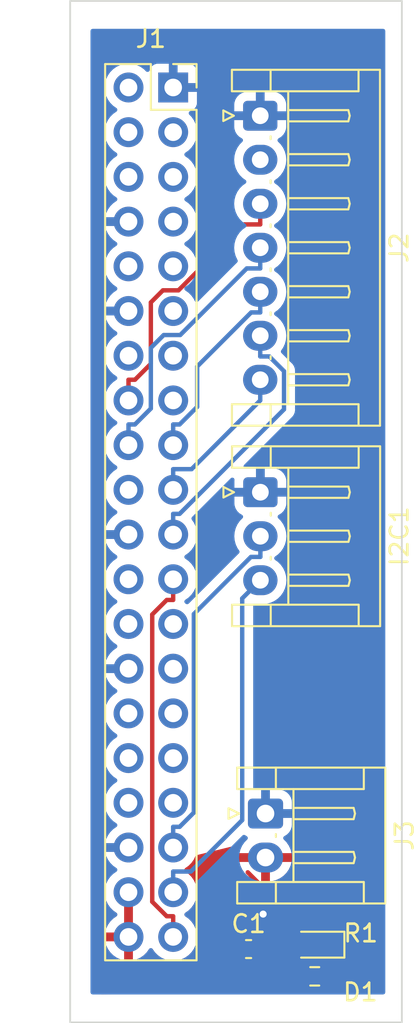
<source format=kicad_pcb>
(kicad_pcb (version 20221018) (generator pcbnew)
  (layers (0 "F.Cu" signal) (31 "B.Cu" signal) (34 "B.Paste" user) (35 "F.Paste" user) (36 "B.SilkS" user "B.Silkscreen") (37 "F.SilkS" user "F.Silkscreen") (38 "B.Mask" user) (39 "F.Mask" user) (44 "Edge.Cuts" user))
  (net 0 "")
  (net 1 "+3.3V")
  (net 2 "+5V")
  (net 3 "GND")
  (net 8 "MOSI1")
  (net 9 "MISO1")
  (net 10 "SCK1")
  (net 11 "CS1")
  (net 12 "CS2")
  (net 17 "RESET")
  (net 18 "Net-(I2C1-Pin_2)")
  (net 19 "Net-(I2C1-Pin_3)")
  (net 33 "Net-(D1-K)")
  (footprint "LED_SMD:LED_0603_1608Metric_Pad1.05x0.95mm_HandSolder" (layer "F.Cu") (at 142.825 116.55 180)
    (fp_text reference "D1" (at -2.5675 -2.7) (layer "F.SilkS"))
    (fp_text value "Green")
    (fp_line (start -1.66 -0.735) (end -1.66 0.735) (stroke (width 0.12)) (layer "F.SilkS"))
    (fp_line (start -1.66 0.735) (end 0.8 0.735) (stroke (width 0.12)) (layer "F.SilkS"))
    (fp_line (start 0.8 -0.735) (end -1.66 -0.735) (stroke (width 0.12)) (layer "F.SilkS"))
    (pad "1" smd roundrect (at -0.875 0 180) (size 1.05 0.95) (layers "F.Cu" "F.Paste" "F.Mask") (net 33 "Net-(D1-K)"))
    (pad "2" smd roundrect (at 0.875 0 180) (size 1.05 0.95) (layers "F.Cu" "F.Paste" "F.Mask") (net 2 "+5V"))
  )
  (footprint "Connector_JST:JST_EH_S3B-EH_1x03_P2.50mm_Horizontal" (layer "F.Cu") (at 139.7075 90.845 -90)
    (fp_text reference "I2C1" (at 2.5 -7.9 90) (layer "F.SilkS"))
    (fp_text value "Conn_01x04")
    (fp_line (start -2.61 -6.81) (end 7.61 -6.81) (stroke (width 0.12)) (layer "F.SilkS"))
    (fp_line (start -2.61 -5.59) (end -1.39 -5.59) (stroke (width 0.12)) (layer "F.SilkS"))
    (fp_line (start -2.61 1.61) (end -2.61 -6.81) (stroke (width 0.12)) (layer "F.SilkS"))
    (fp_line (start -1.39 -5.59) (end -1.39 -0.59) (stroke (width 0.12)) (layer "F.SilkS"))
    (fp_line (start -1.39 -1.59) (end 6.39 -1.59) (stroke (width 0.12)) (layer "F.SilkS"))
    (fp_line (start -1.39 -0.59) (end -2.61 -0.59) (stroke (width 0.12)) (layer "F.SilkS"))
    (fp_line (start -1.39 -0.59) (end -1.39 1.61) (stroke (width 0.12)) (layer "F.SilkS"))
    (fp_line (start -1.39 1.61) (end -2.61 1.61) (stroke (width 0.12)) (layer "F.SilkS"))
    (fp_line (start -0.32 -5.01) (end 0 -5.09) (stroke (width 0.12)) (layer "F.SilkS"))
    (fp_line (start -0.32 -1.59) (end -0.32 -5.01) (stroke (width 0.12)) (layer "F.SilkS"))
    (fp_line (start -0.3 2.1) (end 0.3 2.1) (stroke (width 0.12)) (layer "F.SilkS"))
    (fp_line (start 0 -5.09) (end 0.32 -5.01) (stroke (width 0.12)) (layer "F.SilkS"))
    (fp_line (start 0 -1.59) (end -0.32 -1.59) (stroke (width 0.12)) (layer "F.SilkS"))
    (fp_line (start 0 1.5) (end -0.3 2.1) (stroke (width 0.12)) (layer "F.SilkS"))
    (fp_line (start 0.3 2.1) (end 0 1.5) (stroke (width 0.12)) (layer "F.SilkS"))
    (fp_line (start 0.32 -5.01) (end 0.32 -1.59) (stroke (width 0.12)) (layer "F.SilkS"))
    (fp_line (start 0.32 -1.59) (end 0 -1.59) (stroke (width 0.12)) (layer "F.SilkS"))
    (fp_line (start 1.17 -0.59) (end 1.33 -0.59) (stroke (width 0.12)) (layer "F.SilkS"))
    (fp_line (start 2.18 -5.01) (end 2.5 -5.09) (stroke (width 0.12)) (layer "F.SilkS"))
    (fp_line (start 2.18 -1.59) (end 2.18 -5.01) (stroke (width 0.12)) (layer "F.SilkS"))
    (fp_line (start 2.5 -5.09) (end 2.82 -5.01) (stroke (width 0.12)) (layer "F.SilkS"))
    (fp_line (start 2.5 -1.59) (end 2.18 -1.59) (stroke (width 0.12)) (layer "F.SilkS"))
    (fp_line (start 2.82 -5.01) (end 2.82 -1.59) (stroke (width 0.12)) (layer "F.SilkS"))
    (fp_line (start 2.82 -1.59) (end 2.5 -1.59) (stroke (width 0.12)) (layer "F.SilkS"))
    (fp_line (start 3.67 -0.59) (end 3.83 -0.59) (stroke (width 0.12)) (layer "F.SilkS"))
    (fp_line (start 4.68 -5.01) (end 5 -5.09) (stroke (width 0.12)) (layer "F.SilkS"))
    (fp_line (start 4.68 -1.59) (end 4.68 -5.01) (stroke (width 0.12)) (layer "F.SilkS"))
    (fp_line (start 5 -5.09) (end 5.32 -5.01) (stroke (width 0.12)) (layer "F.SilkS"))
    (fp_line (start 5 -1.59) (end 4.68 -1.59) (stroke (width 0.12)) (layer "F.SilkS"))
    (fp_line (start 5.32 -5.01) (end 5.32 -1.59) (stroke (width 0.12)) (layer "F.SilkS"))
    (fp_line (start 5.32 -1.59) (end 5 -1.59) (stroke (width 0.12)) (layer "F.SilkS"))
    (fp_line (start 6.39 -5.59) (end 6.39 -0.59) (stroke (width 0.12)) (layer "F.SilkS"))
    (fp_line (start 6.39 -0.59) (end 7.61 -0.59) (stroke (width 0.12)) (layer "F.SilkS"))
    (fp_line (start 6.39 1.61) (end 6.39 -0.59) (stroke (width 0.12)) (layer "F.SilkS"))
    (fp_line (start 7.61 -6.81) (end 7.61 1.61) (stroke (width 0.12)) (layer "F.SilkS"))
    (fp_line (start 7.61 -5.59) (end 6.39 -5.59) (stroke (width 0.12)) (layer "F.SilkS"))
    (fp_line (start 7.61 1.61) (end 6.39 1.61) (stroke (width 0.12)) (layer "F.SilkS"))
    (pad "1" thru_hole roundrect (at 0 0 270) (size 1.7 1.95) (drill 0.95) (layers "*.Cu" "*.Mask") (roundrect_rratio 0.1470588235) (net 3 "GND"))
    (pad "2" thru_hole oval (at 2.5 0 270) (size 1.7 1.95) (drill 0.95) (layers "*.Cu" "*.Mask") (net 18 "Net-(I2C1-Pin_2)"))
    (pad "3" thru_hole oval (at 5 0 270) (size 1.7 1.95) (drill 0.95) (layers "*.Cu" "*.Mask") (net 19 "Net-(I2C1-Pin_3)"))
  )
  (footprint "Connector_JST:JST_EH_S2B-EH_1x02_P2.50mm_Horizontal" (layer "F.Cu") (at 140 109.1 -90)
    (fp_text reference "J3" (at 1.25 -7.9 90) (layer "F.SilkS"))
    (fp_text value "IR")
    (fp_line (start -2.61 -6.81) (end 5.11 -6.81) (stroke (width 0.12)) (layer "F.SilkS"))
    (fp_line (start -2.61 -5.59) (end -1.39 -5.59) (stroke (width 0.12)) (layer "F.SilkS"))
    (fp_line (start -2.61 1.61) (end -2.61 -6.81) (stroke (width 0.12)) (layer "F.SilkS"))
    (fp_line (start -1.39 -5.59) (end -1.39 -0.59) (stroke (width 0.12)) (layer "F.SilkS"))
    (fp_line (start -1.39 -1.59) (end 3.89 -1.59) (stroke (width 0.12)) (layer "F.SilkS"))
    (fp_line (start -1.39 -0.59) (end -2.61 -0.59) (stroke (width 0.12)) (layer "F.SilkS"))
    (fp_line (start -1.39 -0.59) (end -1.39 1.61) (stroke (width 0.12)) (layer "F.SilkS"))
    (fp_line (start -1.39 1.61) (end -2.61 1.61) (stroke (width 0.12)) (layer "F.SilkS"))
    (fp_line (start -0.32 -5.01) (end 0 -5.09) (stroke (width 0.12)) (layer "F.SilkS"))
    (fp_line (start -0.32 -1.59) (end -0.32 -5.01) (stroke (width 0.12)) (layer "F.SilkS"))
    (fp_line (start -0.3 2.1) (end 0.3 2.1) (stroke (width 0.12)) (layer "F.SilkS"))
    (fp_line (start 0 -5.09) (end 0.32 -5.01) (stroke (width 0.12)) (layer "F.SilkS"))
    (fp_line (start 0 -1.59) (end -0.32 -1.59) (stroke (width 0.12)) (layer "F.SilkS"))
    (fp_line (start 0 1.5) (end -0.3 2.1) (stroke (width 0.12)) (layer "F.SilkS"))
    (fp_line (start 0.3 2.1) (end 0 1.5) (stroke (width 0.12)) (layer "F.SilkS"))
    (fp_line (start 0.32 -5.01) (end 0.32 -1.59) (stroke (width 0.12)) (layer "F.SilkS"))
    (fp_line (start 0.32 -1.59) (end 0 -1.59) (stroke (width 0.12)) (layer "F.SilkS"))
    (fp_line (start 1.17 -0.59) (end 1.33 -0.59) (stroke (width 0.12)) (layer "F.SilkS"))
    (fp_line (start 2.18 -5.01) (end 2.5 -5.09) (stroke (width 0.12)) (layer "F.SilkS"))
    (fp_line (start 2.18 -1.59) (end 2.18 -5.01) (stroke (width 0.12)) (layer "F.SilkS"))
    (fp_line (start 2.5 -5.09) (end 2.82 -5.01) (stroke (width 0.12)) (layer "F.SilkS"))
    (fp_line (start 2.5 -1.59) (end 2.18 -1.59) (stroke (width 0.12)) (layer "F.SilkS"))
    (fp_line (start 2.82 -5.01) (end 2.82 -1.59) (stroke (width 0.12)) (layer "F.SilkS"))
    (fp_line (start 2.82 -1.59) (end 2.5 -1.59) (stroke (width 0.12)) (layer "F.SilkS"))
    (fp_line (start 3.89 -5.59) (end 3.89 -0.59) (stroke (width 0.12)) (layer "F.SilkS"))
    (fp_line (start 3.89 -0.59) (end 5.11 -0.59) (stroke (width 0.12)) (layer "F.SilkS"))
    (fp_line (start 3.89 1.61) (end 3.89 -0.59) (stroke (width 0.12)) (layer "F.SilkS"))
    (fp_line (start 5.11 -6.81) (end 5.11 1.61) (stroke (width 0.12)) (layer "F.SilkS"))
    (fp_line (start 5.11 -5.59) (end 3.89 -5.59) (stroke (width 0.12)) (layer "F.SilkS"))
    (fp_line (start 5.11 1.61) (end 3.89 1.61) (stroke (width 0.12)) (layer "F.SilkS"))
    (pad "1" thru_hole roundrect (at 0 0 270) (size 1.7 2) (drill 1) (layers "*.Cu" "*.Mask") (roundrect_rratio 0.1470588235) (net 3 "GND"))
    (pad "2" thru_hole oval (at 2.5 0 270) (size 1.7 2) (drill 1) (layers "*.Cu" "*.Mask") (net 2 "+5V"))
  )
  (footprint "Connector_PinSocket_2.54mm:PinSocket_2x20_P2.54mm_Vertical" (layer "F.Cu") (at 134.75 67.85)
    (fp_text reference "J1" (at -1.27 -2.77) (layer "F.SilkS"))
    (fp_text value "Conn_02x20_Odd_Even")
    (fp_line (start -3.87 -1.33) (end -3.87 49.59) (stroke (width 0.12)) (layer "F.SilkS"))
    (fp_line (start -3.87 -1.33) (end -1.27 -1.33) (stroke (width 0.12)) (layer "F.SilkS"))
    (fp_line (start -3.87 49.59) (end 1.33 49.59) (stroke (width 0.12)) (layer "F.SilkS"))
    (fp_line (start -1.27 -1.33) (end -1.27 1.27) (stroke (width 0.12)) (layer "F.SilkS"))
    (fp_line (start -1.27 1.27) (end 1.33 1.27) (stroke (width 0.12)) (layer "F.SilkS"))
    (fp_line (start 0 -1.33) (end 1.33 -1.33) (stroke (width 0.12)) (layer "F.SilkS"))
    (fp_line (start 1.33 -1.33) (end 1.33 0) (stroke (width 0.12)) (layer "F.SilkS"))
    (fp_line (start 1.33 1.27) (end 1.33 49.59) (stroke (width 0.12)) (layer "F.SilkS"))
    (pad "1" thru_hole rect (at 0 0) (size 1.7 1.7) (drill 1) (layers "*.Cu" "*.Mask") (net 3 "GND"))
    (pad "2" thru_hole oval (at -2.54 0) (size 1.7 1.7) (drill 1) (layers "*.Cu" "*.Mask"))
    (pad "3" thru_hole oval (at 0 2.54) (size 1.7 1.7) (drill 1) (layers "*.Cu" "*.Mask"))
    (pad "4" thru_hole oval (at -2.54 2.54) (size 1.7 1.7) (drill 1) (layers "*.Cu" "*.Mask"))
    (pad "5" thru_hole oval (at 0 5.08) (size 1.7 1.7) (drill 1) (layers "*.Cu" "*.Mask"))
    (pad "6" thru_hole oval (at -2.54 5.08) (size 1.7 1.7) (drill 1) (layers "*.Cu" "*.Mask"))
    (pad "7" thru_hole oval (at 0 7.62) (size 1.7 1.7) (drill 1) (layers "*.Cu" "*.Mask"))
    (pad "8" thru_hole oval (at -2.54 7.62) (size 1.7 1.7) (drill 1) (layers "*.Cu" "*.Mask") (net 3 "GND"))
    (pad "9" thru_hole oval (at 0 10.16) (size 1.7 1.7) (drill 1) (layers "*.Cu" "*.Mask"))
    (pad "10" thru_hole oval (at -2.54 10.16) (size 1.7 1.7) (drill 1) (layers "*.Cu" "*.Mask"))
    (pad "11" thru_hole oval (at 0 12.7) (size 1.7 1.7) (drill 1) (layers "*.Cu" "*.Mask"))
    (pad "12" thru_hole oval (at -2.54 12.7) (size 1.7 1.7) (drill 1) (layers "*.Cu" "*.Mask") (net 3 "GND"))
    (pad "13" thru_hole oval (at 0 15.24) (size 1.7 1.7) (drill 1) (layers "*.Cu" "*.Mask"))
    (pad "14" thru_hole oval (at -2.54 15.24) (size 1.7 1.7) (drill 1) (layers "*.Cu" "*.Mask"))
    (pad "15" thru_hole oval (at 0 17.78) (size 1.7 1.7) (drill 1) (layers "*.Cu" "*.Mask") (net 3 "GND"))
    (pad "16" thru_hole oval (at -2.54 17.78) (size 1.7 1.7) (drill 1) (layers "*.Cu" "*.Mask") (net 12 "CS2"))
    (pad "17" thru_hole oval (at 0 20.32) (size 1.7 1.7) (drill 1) (layers "*.Cu" "*.Mask") (net 10 "SCK1"))
    (pad "18" thru_hole oval (at -2.54 20.32) (size 1.7 1.7) (drill 1) (layers "*.Cu" "*.Mask") (net 11 "CS1"))
    (pad "19" thru_hole oval (at 0 22.86) (size 1.7 1.7) (drill 1) (layers "*.Cu" "*.Mask") (net 9 "MISO1"))
    (pad "20" thru_hole oval (at -2.54 22.86) (size 1.7 1.7) (drill 1) (layers "*.Cu" "*.Mask"))
    (pad "21" thru_hole oval (at 0 25.4) (size 1.7 1.7) (drill 1) (layers "*.Cu" "*.Mask") (net 8 "MOSI1"))
    (pad "22" thru_hole oval (at -2.54 25.4) (size 1.7 1.7) (drill 1) (layers "*.Cu" "*.Mask") (net 3 "GND"))
    (pad "23" thru_hole oval (at 0 27.94) (size 1.7 1.7) (drill 1) (layers "*.Cu" "*.Mask") (net 1 "+3.3V"))
    (pad "24" thru_hole oval (at -2.54 27.94) (size 1.7 1.7) (drill 1) (layers "*.Cu" "*.Mask"))
    (pad "25" thru_hole oval (at 0 30.48) (size 1.7 1.7) (drill 1) (layers "*.Cu" "*.Mask"))
    (pad "26" thru_hole oval (at -2.54 30.48) (size 1.7 1.7) (drill 1) (layers "*.Cu" "*.Mask"))
    (pad "27" thru_hole oval (at 0 33.02) (size 1.7 1.7) (drill 1) (layers "*.Cu" "*.Mask"))
    (pad "28" thru_hole oval (at -2.54 33.02) (size 1.7 1.7) (drill 1) (layers "*.Cu" "*.Mask") (net 3 "GND"))
    (pad "29" thru_hole oval (at 0 35.56) (size 1.7 1.7) (drill 1) (layers "*.Cu" "*.Mask"))
    (pad "30" thru_hole oval (at -2.54 35.56) (size 1.7 1.7) (drill 1) (layers "*.Cu" "*.Mask"))
    (pad "31" thru_hole oval (at 0 38.1) (size 1.7 1.7) (drill 1) (layers "*.Cu" "*.Mask") (net 3 "GND"))
    (pad "32" thru_hole oval (at -2.54 38.1) (size 1.7 1.7) (drill 1) (layers "*.Cu" "*.Mask"))
    (pad "33" thru_hole oval (at 0 40.64) (size 1.7 1.7) (drill 1) (layers "*.Cu" "*.Mask"))
    (pad "34" thru_hole oval (at -2.54 40.64) (size 1.7 1.7) (drill 1) (layers "*.Cu" "*.Mask"))
    (pad "35" thru_hole oval (at 0 43.18) (size 1.7 1.7) (drill 1) (layers "*.Cu" "*.Mask") (net 18 "Net-(I2C1-Pin_2)"))
    (pad "36" thru_hole oval (at -2.54 43.18) (size 1.7 1.7) (drill 1) (layers "*.Cu" "*.Mask") (net 3 "GND"))
    (pad "37" thru_hole oval (at 0 45.72) (size 1.7 1.7) (drill 1) (layers "*.Cu" "*.Mask") (net 19 "Net-(I2C1-Pin_3)"))
    (pad "38" thru_hole oval (at -2.54 45.72) (size 1.7 1.7) (drill 1) (layers "*.Cu" "*.Mask") (net 2 "+5V"))
    (pad "39" thru_hole oval (at 0 48.26) (size 1.7 1.7) (drill 1) (layers "*.Cu" "*.Mask") (net 1 "+3.3V"))
    (pad "40" thru_hole oval (at -2.54 48.26) (size 1.7 1.7) (drill 1) (layers "*.Cu" "*.Mask") (net 2 "+5V"))
  )
  (footprint "Resistor_SMD:R_0603_1608Metric_Pad0.98x0.95mm_HandSolder" (layer "F.Cu") (at 142.8 118.35)
    (fp_text reference "R1" (at 2.6125 -2.45) (layer "F.SilkS"))
    (fp_text value "150Ohm")
    (fp_line (start -0.254724 -0.5225) (end 0.254724 -0.5225) (stroke (width 0.12)) (layer "F.SilkS"))
    (fp_line (start -0.254724 0.5225) (end 0.254724 0.5225) (stroke (width 0.12)) (layer "F.SilkS"))
    (pad "1" smd roundrect (at -0.9125 0) (size 0.975 0.95) (layers "F.Cu" "F.Paste" "F.Mask") (net 3 "GND"))
    (pad "2" smd roundrect (at 0.9125 0) (size 0.975 0.95) (layers "F.Cu" "F.Paste" "F.Mask") (net 33 "Net-(D1-K)"))
  )
  (footprint "Capacitor_SMD:C_0603_1608Metric_Pad1.08x0.95mm_HandSolder" (layer "F.Cu") (at 139.0375 116.8)
    (fp_text reference "C1" (at 0 -1.43) (layer "F.SilkS"))
    (fp_text value "1UF")
    (fp_line (start -0.146267 -0.51) (end 0.146267 -0.51) (stroke (width 0.12)) (layer "F.SilkS"))
    (fp_line (start -0.146267 0.51) (end 0.146267 0.51) (stroke (width 0.12)) (layer "F.SilkS"))
    (pad "1" smd roundrect (at -0.8625 0) (size 1.075 0.95) (layers "F.Cu" "F.Paste" "F.Mask") (net 2 "+5V"))
    (pad "2" smd roundrect (at 0.8625 0) (size 1.075 0.95) (layers "F.Cu" "F.Paste" "F.Mask") (net 3 "GND"))
  )
  (footprint "Connector_JST:JST_EH_S7B-EH_1x07_P2.50mm_Horizontal" (layer "F.Cu") (at 139.7 69.455 -90)
    (fp_text reference "J2" (at 7.5 -7.9 90) (layer "F.SilkS"))
    (fp_text value "Conn_01x07")
    (fp_line (start -2.61 -6.81) (end 17.61 -6.81) (stroke (width 0.12)) (layer "F.SilkS"))
    (fp_line (start -2.61 -5.59) (end -1.39 -5.59) (stroke (width 0.12)) (layer "F.SilkS"))
    (fp_line (start -2.61 1.61) (end -2.61 -6.81) (stroke (width 0.12)) (layer "F.SilkS"))
    (fp_line (start -1.39 -5.59) (end -1.39 -0.59) (stroke (width 0.12)) (layer "F.SilkS"))
    (fp_line (start -1.39 -1.59) (end 16.39 -1.59) (stroke (width 0.12)) (layer "F.SilkS"))
    (fp_line (start -1.39 -0.59) (end -2.61 -0.59) (stroke (width 0.12)) (layer "F.SilkS"))
    (fp_line (start -1.39 -0.59) (end -1.39 1.61) (stroke (width 0.12)) (layer "F.SilkS"))
    (fp_line (start -1.39 1.61) (end -2.61 1.61) (stroke (width 0.12)) (layer "F.SilkS"))
    (fp_line (start -0.32 -5.01) (end 0 -5.09) (stroke (width 0.12)) (layer "F.SilkS"))
    (fp_line (start -0.32 -1.59) (end -0.32 -5.01) (stroke (width 0.12)) (layer "F.SilkS"))
    (fp_line (start -0.3 2.1) (end 0.3 2.1) (stroke (width 0.12)) (layer "F.SilkS"))
    (fp_line (start 0 -5.09) (end 0.32 -5.01) (stroke (width 0.12)) (layer "F.SilkS"))
    (fp_line (start 0 -1.59) (end -0.32 -1.59) (stroke (width 0.12)) (layer "F.SilkS"))
    (fp_line (start 0 1.5) (end -0.3 2.1) (stroke (width 0.12)) (layer "F.SilkS"))
    (fp_line (start 0.3 2.1) (end 0 1.5) (stroke (width 0.12)) (layer "F.SilkS"))
    (fp_line (start 0.32 -5.01) (end 0.32 -1.59) (stroke (width 0.12)) (layer "F.SilkS"))
    (fp_line (start 0.32 -1.59) (end 0 -1.59) (stroke (width 0.12)) (layer "F.SilkS"))
    (fp_line (start 1.17 -0.59) (end 1.33 -0.59) (stroke (width 0.12)) (layer "F.SilkS"))
    (fp_line (start 2.18 -5.01) (end 2.5 -5.09) (stroke (width 0.12)) (layer "F.SilkS"))
    (fp_line (start 2.18 -1.59) (end 2.18 -5.01) (stroke (width 0.12)) (layer "F.SilkS"))
    (fp_line (start 2.5 -5.09) (end 2.82 -5.01) (stroke (width 0.12)) (layer "F.SilkS"))
    (fp_line (start 2.5 -1.59) (end 2.18 -1.59) (stroke (width 0.12)) (layer "F.SilkS"))
    (fp_line (start 2.82 -5.01) (end 2.82 -1.59) (stroke (width 0.12)) (layer "F.SilkS"))
    (fp_line (start 2.82 -1.59) (end 2.5 -1.59) (stroke (width 0.12)) (layer "F.SilkS"))
    (fp_line (start 3.67 -0.59) (end 3.83 -0.59) (stroke (width 0.12)) (layer "F.SilkS"))
    (fp_line (start 4.68 -5.01) (end 5 -5.09) (stroke (width 0.12)) (layer "F.SilkS"))
    (fp_line (start 4.68 -1.59) (end 4.68 -5.01) (stroke (width 0.12)) (layer "F.SilkS"))
    (fp_line (start 5 -5.09) (end 5.32 -5.01) (stroke (width 0.12)) (layer "F.SilkS"))
    (fp_line (start 5 -1.59) (end 4.68 -1.59) (stroke (width 0.12)) (layer "F.SilkS"))
    (fp_line (start 5.32 -5.01) (end 5.32 -1.59) (stroke (width 0.12)) (layer "F.SilkS"))
    (fp_line (start 5.32 -1.59) (end 5 -1.59) (stroke (width 0.12)) (layer "F.SilkS"))
    (fp_line (start 6.17 -0.59) (end 6.33 -0.59) (stroke (width 0.12)) (layer "F.SilkS"))
    (fp_line (start 7.18 -5.01) (end 7.5 -5.09) (stroke (width 0.12)) (layer "F.SilkS"))
    (fp_line (start 7.18 -1.59) (end 7.18 -5.01) (stroke (width 0.12)) (layer "F.SilkS"))
    (fp_line (start 7.5 -5.09) (end 7.82 -5.01) (stroke (width 0.12)) (layer "F.SilkS"))
    (fp_line (start 7.5 -1.59) (end 7.18 -1.59) (stroke (width 0.12)) (layer "F.SilkS"))
    (fp_line (start 7.82 -5.01) (end 7.82 -1.59) (stroke (width 0.12)) (layer "F.SilkS"))
    (fp_line (start 7.82 -1.59) (end 7.5 -1.59) (stroke (width 0.12)) (layer "F.SilkS"))
    (fp_line (start 8.67 -0.59) (end 8.83 -0.59) (stroke (width 0.12)) (layer "F.SilkS"))
    (fp_line (start 9.68 -5.01) (end 10 -5.09) (stroke (width 0.12)) (layer "F.SilkS"))
    (fp_line (start 9.68 -1.59) (end 9.68 -5.01) (stroke (width 0.12)) (layer "F.SilkS"))
    (fp_line (start 10 -5.09) (end 10.32 -5.01) (stroke (width 0.12)) (layer "F.SilkS"))
    (fp_line (start 10 -1.59) (end 9.68 -1.59) (stroke (width 0.12)) (layer "F.SilkS"))
    (fp_line (start 10.32 -5.01) (end 10.32 -1.59) (stroke (width 0.12)) (layer "F.SilkS"))
    (fp_line (start 10.32 -1.59) (end 10 -1.59) (stroke (width 0.12)) (layer "F.SilkS"))
    (fp_line (start 11.17 -0.59) (end 11.33 -0.59) (stroke (width 0.12)) (layer "F.SilkS"))
    (fp_line (start 12.18 -5.01) (end 12.5 -5.09) (stroke (width 0.12)) (layer "F.SilkS"))
    (fp_line (start 12.18 -1.59) (end 12.18 -5.01) (stroke (width 0.12)) (layer "F.SilkS"))
    (fp_line (start 12.5 -5.09) (end 12.82 -5.01) (stroke (width 0.12)) (layer "F.SilkS"))
    (fp_line (start 12.5 -1.59) (end 12.18 -1.59) (stroke (width 0.12)) (layer "F.SilkS"))
    (fp_line (start 12.82 -5.01) (end 12.82 -1.59) (stroke (width 0.12)) (layer "F.SilkS"))
    (fp_line (start 12.82 -1.59) (end 12.5 -1.59) (stroke (width 0.12)) (layer "F.SilkS"))
    (fp_line (start 13.67 -0.59) (end 13.83 -0.59) (stroke (width 0.12)) (layer "F.SilkS"))
    (fp_line (start 14.68 -5.01) (end 15 -5.09) (stroke (width 0.12)) (layer "F.SilkS"))
    (fp_line (start 14.68 -1.59) (end 14.68 -5.01) (stroke (width 0.12)) (layer "F.SilkS"))
    (fp_line (start 15 -5.09) (end 15.32 -5.01) (stroke (width 0.12)) (layer "F.SilkS"))
    (fp_line (start 15 -1.59) (end 14.68 -1.59) (stroke (width 0.12)) (layer "F.SilkS"))
    (fp_line (start 15.32 -5.01) (end 15.32 -1.59) (stroke (width 0.12)) (layer "F.SilkS"))
    (fp_line (start 15.32 -1.59) (end 15 -1.59) (stroke (width 0.12)) (layer "F.SilkS"))
    (fp_line (start 16.39 -5.59) (end 16.39 -0.59) (stroke (width 0.12)) (layer "F.SilkS"))
    (fp_line (start 16.39 -0.59) (end 17.61 -0.59) (stroke (width 0.12)) (layer "F.SilkS"))
    (fp_line (start 16.39 1.61) (end 16.39 -0.59) (stroke (width 0.12)) (layer "F.SilkS"))
    (fp_line (start 17.61 -6.81) (end 17.61 1.61) (stroke (width 0.12)) (layer "F.SilkS"))
    (fp_line (start 17.61 -5.59) (end 16.39 -5.59) (stroke (width 0.12)) (layer "F.SilkS"))
    (fp_line (start 17.61 1.61) (end 16.39 1.61) (stroke (width 0.12)) (layer "F.SilkS"))
    (pad "1" thru_hole roundrect (at 0 0 270) (size 1.7 1.95) (drill 0.95) (layers "*.Cu" "*.Mask") (roundrect_rratio 0.1470588235) (net 3 "GND"))
    (pad "2" thru_hole oval (at 2.5 0 270) (size 1.7 1.95) (drill 0.95) (layers "*.Cu" "*.Mask") (net 17 "RESET"))
    (pad "3" thru_hole oval (at 5 0 270) (size 1.7 1.95) (drill 0.95) (layers "*.Cu" "*.Mask") (net 12 "CS2"))
    (pad "4" thru_hole oval (at 7.5 0 270) (size 1.7 1.95) (drill 0.95) (layers "*.Cu" "*.Mask") (net 11 "CS1"))
    (pad "5" thru_hole oval (at 10 0 270) (size 1.7 1.95) (drill 0.95) (layers "*.Cu" "*.Mask") (net 10 "SCK1"))
    (pad "6" thru_hole oval (at 12.5 0 270) (size 1.7 1.95) (drill 0.95) (layers "*.Cu" "*.Mask") (net 8 "MOSI1"))
    (pad "7" thru_hole oval (at 15 0 270) (size 1.7 1.95) (drill 0.95) (layers "*.Cu" "*.Mask") (net 9 "MISO1"))
  )
  (gr_rect (start 128.895 62.93) (end 147.75 120.97) (stroke (width 0.1)) (fill none) (layer "Edge.Cuts"))
  (segment (start 134.75 116.11) (end 134.75 114.935) (width 0.25) (layer "F.Cu") (net 1))
  (segment (start 134.75 114.935) (end 134.383 114.935) (width 0.25) (layer "F.Cu") (net 1))
  (segment (start 134.75 96.9651) (end 134.75 95.79) (width 0.25) (layer "F.Cu") (net 1))
  (segment (start 134.385 96.9651) (end 134.75 96.9651) (width 0.25) (layer "F.Cu") (net 1))
  (segment (start 134.383 114.935) (end 133.559 114.112) (width 0.25) (layer "F.Cu") (net 1))
  (segment (start 133.559 97.7904) (end 134.385 96.9651) (width 0.25) (layer "F.Cu") (net 1))
  (segment (start 133.559 114.112) (end 133.559 97.7904) (width 0.25) (layer "F.Cu") (net 1))
  (segment (start 138.9914 112.4395) (end 141.95 115.3981) (width 0.25) (layer "F.Cu") (net 2))
  (segment (start 141.95 115.3981) (end 141.95 116.55) (width 0.25) (layer "F.Cu") (net 2))
  (segment (start 139.9 114.85) (end 139.9 116.1518) (width 0.25) (layer "F.Cu") (net 3))
  (segment (start 139.9 116.1518) (end 139.9 116.8) (width 0.25) (layer "F.Cu") (net 3))
  (segment (start 141.8875 118.1393) (end 141.8875 118.35) (width 0.25) (layer "F.Cu") (net 3))
  (segment (start 139.9 116.1518) (end 141.8875 118.1393) (width 0.25) (layer "F.Cu") (net 3))
  (segment (start 139.865 114.814) (end 139.9 114.85) (width 0.25) (layer "F.Cu") (net 3))
  (via (at 139.865 114.814) (size 0.8) (drill 0.4) (layers "F.Cu" "B.Cu") (net 3))
  (segment (start 139.7 81.955) (end 139.7 83.1301) (width 0.25) (layer "B.Cu") (net 8))
  (segment (start 141.052 86.1379) (end 135.115 92.0749) (width 0.25) (layer "B.Cu") (net 8))
  (segment (start 141.052 83.9682) (end 141.052 86.1379) (width 0.25) (layer "B.Cu") (net 8))
  (segment (start 139.7 83.1301) (end 140.214 83.1301) (width 0.25) (layer "B.Cu") (net 8))
  (segment (start 135.115 92.0749) (end 134.75 92.0749) (width 0.25) (layer "B.Cu") (net 8))
  (segment (start 140.214 83.1301) (end 141.052 83.9682) (width 0.25) (layer "B.Cu") (net 8))
  (segment (start 134.75 92.0749) (end 134.75 93.25) (width 0.25) (layer "B.Cu") (net 8))
  (segment (start 139.7 85.6301) (end 135.795 89.5349) (width 0.25) (layer "B.Cu") (net 9))
  (segment (start 134.75 89.5349) (end 134.75 90.71) (width 0.25) (layer "B.Cu") (net 9))
  (segment (start 135.795 89.5349) (end 134.75 89.5349) (width 0.25) (layer "B.Cu") (net 9))
  (segment (start 139.7 84.455) (end 139.7 85.6301) (width 0.25) (layer "B.Cu") (net 9))
  (segment (start 134.75 88.17) (end 134.75 86.9949) (width 0.25) (layer "B.Cu") (net 10))
  (segment (start 136.115 83.7012) (end 139.186 80.6301) (width 0.25) (layer "B.Cu") (net 10))
  (segment (start 136.115 85.9953) (end 136.115 83.7012) (width 0.25) (layer "B.Cu") (net 10))
  (segment (start 135.115 86.9949) (end 136.115 85.9953) (width 0.25) (layer "B.Cu") (net 10))
  (segment (start 134.75 86.9949) (end 135.115 86.9949) (width 0.25) (layer "B.Cu") (net 10))
  (segment (start 139.186 80.6301) (end 139.7 80.6301) (width 0.25) (layer "B.Cu") (net 10))
  (segment (start 139.7 80.6301) (end 139.7 79.455) (width 0.25) (layer "B.Cu") (net 10))
  (segment (start 133.48 82.6449) (end 133.48 86.0901) (width 0.25) (layer "B.Cu") (net 11))
  (segment (start 135.149 81.9148) (end 134.21 81.9148) (width 0.25) (layer "B.Cu") (net 11))
  (segment (start 139.7 78.1301) (end 138.934 78.1301) (width 0.25) (layer "B.Cu") (net 11))
  (segment (start 138.934 78.1301) (end 135.149 81.9148) (width 0.25) (layer "B.Cu") (net 11))
  (segment (start 132.21 86.9949) (end 132.21 88.17) (width 0.25) (layer "B.Cu") (net 11))
  (segment (start 133.48 86.0901) (end 132.575 86.9949) (width 0.25) (layer "B.Cu") (net 11))
  (segment (start 132.575 86.9949) (end 132.21 86.9949) (width 0.25) (layer "B.Cu") (net 11))
  (segment (start 139.7 76.955) (end 139.7 78.1301) (width 0.25) (layer "B.Cu") (net 11))
  (segment (start 134.21 81.9148) (end 133.48 82.6449) (width 0.25) (layer "B.Cu") (net 11))
  (segment (start 134.167 79.3748) (end 133.48 80.0621) (width 0.25) (layer "F.Cu") (net 12))
  (segment (start 139.7 75.6301) (end 138.796 75.6301) (width 0.25) (layer "F.Cu") (net 12))
  (segment (start 133.48 80.0621) (end 133.48 83.5501) (width 0.25) (layer "F.Cu") (net 12))
  (segment (start 135.051 79.3748) (end 134.167 79.3748) (width 0.25) (layer "F.Cu") (net 12))
  (segment (start 139.7 74.455) (end 139.7 75.6301) (width 0.25) (layer "F.Cu") (net 12))
  (segment (start 138.796 75.6301) (end 135.051 79.3748) (width 0.25) (layer "F.Cu") (net 12))
  (segment (start 132.21 84.4549) (end 132.21 85.63) (width 0.25) (layer "F.Cu") (net 12))
  (segment (start 132.575 84.4549) (end 132.21 84.4549) (width 0.25) (layer "F.Cu") (net 12))
  (segment (start 133.48 83.5501) (end 132.575 84.4549) (width 0.25) (layer "F.Cu") (net 12))
  (segment (start 134.75 111.03) (end 134.75 109.855) (width 0.25) (layer "B.Cu") (net 18))
  (segment (start 139.708 93.6387) (end 139.708 93.345) (width 0.25) (layer "B.Cu") (net 18))
  (segment (start 139.708 93.9325) (end 139.708 93.6387) (width 0.25) (layer "B.Cu") (net 18))
  (segment (start 135.925 109.047) (end 135.925 97.767) (width 0.25) (layer "B.Cu") (net 18))
  (segment (start 139.708 94.2258) (end 139.708 93.9325) (width 0.25) (layer "B.Cu") (net 18))
  (segment (start 135.925 97.767) (end 139.172 94.5201) (width 0.25) (layer "B.Cu") (net 18))
  (segment (start 139.7075 93.6382) (end 139.7075 93.345) (width 0.25) (layer "B.Cu") (net 18))
  (segment (start 139.708 93.6387) (end 139.7075 93.6382) (width 0.25) (layer "B.Cu") (net 18))
  (segment (start 134.75 109.855) (end 135.117 109.855) (width 0.25) (layer "B.Cu") (net 18))
  (segment (start 139.708 94.2263) (end 139.708 94.2258) (width 0.25) (layer "B.Cu") (net 18))
  (segment (start 135.117 109.855) (end 135.925 109.047) (width 0.25) (layer "B.Cu") (net 18))
  (segment (start 139.708 94.2263) (end 139.708 94.2258) (width 0.25) (layer "B.Cu") (net 18))
  (segment (start 139.708 94.5201) (end 139.708 94.2263) (width 0.25) (layer "B.Cu") (net 18))
  (segment (start 139.172 94.5201) (end 139.708 94.5201) (width 0.25) (layer "B.Cu") (net 18))
  (segment (start 139.708 94.2258) (end 139.708 93.9325) (width 0.25) (layer "B.Cu") (net 18))
  (segment (start 139.708 95.8452) (end 139.708 95.845) (width 0.25) (layer "B.Cu") (net 19))
  (segment (start 139.7075 95.845) (end 139.708 95.845) (width 0.25) (layer "B.Cu") (net 19))
  (segment (start 138.675 96.8775) (end 139.708 95.8452) (width 0.25) (layer "B.Cu") (net 19))
  (segment (start 138.675 109.475) (end 138.675 96.8775) (width 0.25) (layer "B.Cu") (net 19))
  (segment (start 134.75 112.395) (end 135.755 112.395) (width 0.25) (layer "B.Cu") (net 19))
  (segment (start 134.75 113.57) (end 134.75 112.395) (width 0.25) (layer "B.Cu") (net 19))
  (segment (start 135.755 112.395) (end 138.675 109.475) (width 0.25) (layer "B.Cu") (net 19))
  (segment (start 143.7125 116.5625) (end 143.7125 118.35) (width 0.25) (layer "F.Cu") (net 33))
  (segment (start 143.7 116.55) (end 143.7125 116.5625) (width 0.25) (layer "F.Cu") (net 33))
  (zone (net 2) (net_name "+5V") (layer "F.Cu") (priority 1) (connect_pads (clearance 0.5)) (min_thickness 0.25) (fill yes (thermal_gap 0.5) (thermal_bridge_width 0.5))
    (polygon (pts (xy 130.65 112.8) (xy 139.6 110.6) (xy 141.55 110.6) (xy 142.1 112.5) (xy 137.85 119.3) (xy 130.556 119.38)))
  )
  (zone (net 3) (net_name "GND") (layer "B.Cu") (connect_pads (clearance 0.5)) (min_thickness 0.25) (fill yes (thermal_gap 0.5) (thermal_bridge_width 0.5))
    (polygon (pts (xy 130.048 64.516) (xy 146.812 64.516) (xy 146.812 119.38) (xy 130.048 119.38)))
  )
)
</source>
